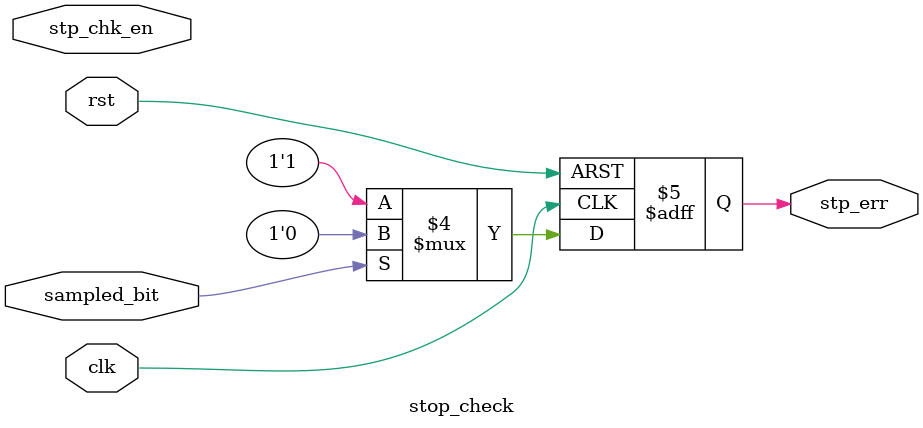
<source format=v>
module stop_check(
    input clk,
    input rst,
    input stp_chk_en,
    input sampled_bit,
    output reg stp_err
);

always @(posedge clk or negedge rst) begin
    if (!rst) begin
        stp_err<=0;
    end
    else begin
      stp_err<= (!sampled_bit) ? 1'b1:1'b0;
    end
end

endmodule
</source>
